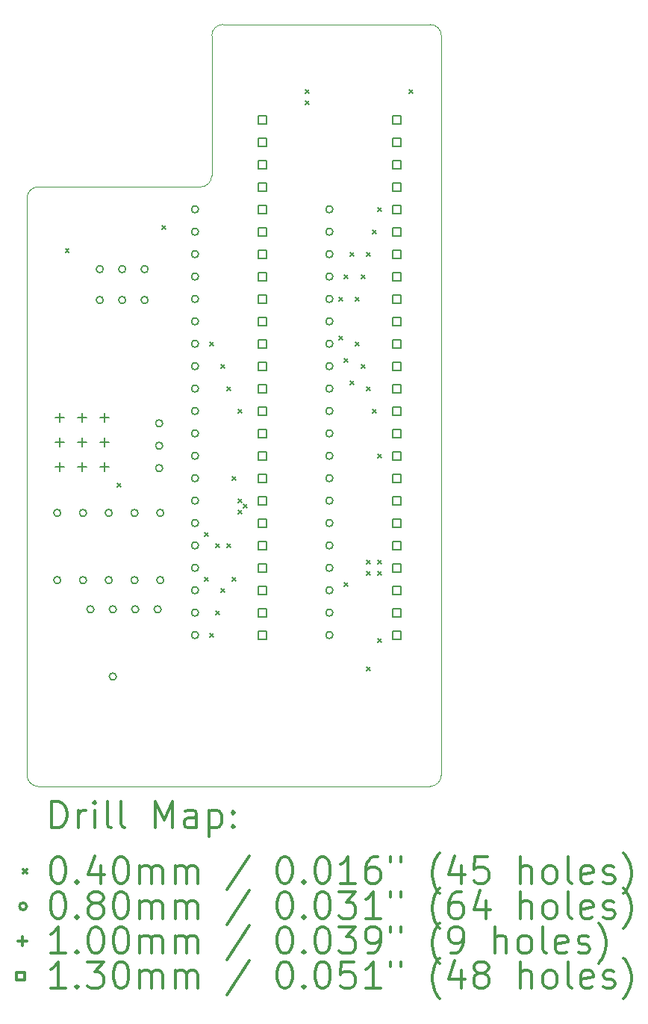
<source format=gbr>
%FSLAX45Y45*%
G04 Gerber Fmt 4.5, Leading zero omitted, Abs format (unit mm)*
G04 Created by KiCad (PCBNEW (5.1.6-0-10_14)) date 2021-01-24 22:58:45*
%MOMM*%
%LPD*%
G01*
G04 APERTURE LIST*
%TA.AperFunction,Profile*%
%ADD10C,0.100000*%
%TD*%
%ADD11C,0.200000*%
%ADD12C,0.300000*%
G04 APERTURE END LIST*
D10*
X13652500Y-4318000D02*
X16002000Y-4318000D01*
X11557000Y-6159500D02*
X13398500Y-6159500D01*
X16129000Y-4445000D02*
X16129000Y-12827000D01*
X13525500Y-6032500D02*
X13525500Y-4445000D01*
X13652500Y-4318000D02*
G75*
G03*
X13525500Y-4445000I0J-127000D01*
G01*
X16129000Y-4445000D02*
G75*
G03*
X16002000Y-4318000I-127000J0D01*
G01*
X11430000Y-12827000D02*
X11430000Y-6286500D01*
X11557000Y-12954000D02*
X16002000Y-12954000D01*
X11557000Y-6159500D02*
G75*
G03*
X11430000Y-6286500I0J-127000D01*
G01*
X13398500Y-6159500D02*
G75*
G03*
X13525500Y-6032500I0J127000D01*
G01*
X16002000Y-12954000D02*
G75*
G03*
X16129000Y-12827000I0J127000D01*
G01*
X11430000Y-12827000D02*
G75*
G03*
X11557000Y-12954000I127000J0D01*
G01*
D11*
X11864952Y-6860411D02*
X11904952Y-6900411D01*
X11904952Y-6860411D02*
X11864952Y-6900411D01*
X12451400Y-9517700D02*
X12491400Y-9557700D01*
X12491400Y-9517700D02*
X12451400Y-9557700D01*
X12959401Y-6596700D02*
X12999401Y-6636700D01*
X12999401Y-6596700D02*
X12959401Y-6636700D01*
X13442000Y-10076500D02*
X13482000Y-10116500D01*
X13482000Y-10076500D02*
X13442000Y-10116500D01*
X13442000Y-10584500D02*
X13482000Y-10624500D01*
X13482000Y-10584500D02*
X13442000Y-10624500D01*
X13505500Y-7917500D02*
X13545500Y-7957500D01*
X13545500Y-7917500D02*
X13505500Y-7957500D01*
X13505500Y-11219500D02*
X13545500Y-11259500D01*
X13545500Y-11219500D02*
X13505500Y-11259500D01*
X13569000Y-10203500D02*
X13609000Y-10243500D01*
X13609000Y-10203500D02*
X13569000Y-10243500D01*
X13569000Y-10965500D02*
X13609000Y-11005500D01*
X13609000Y-10965500D02*
X13569000Y-11005500D01*
X13632500Y-8171500D02*
X13672500Y-8211500D01*
X13672500Y-8171500D02*
X13632500Y-8211500D01*
X13632500Y-10711500D02*
X13672500Y-10751500D01*
X13672500Y-10711500D02*
X13632500Y-10751500D01*
X13696000Y-8425500D02*
X13736000Y-8465500D01*
X13736000Y-8425500D02*
X13696000Y-8465500D01*
X13696000Y-10203500D02*
X13736000Y-10243500D01*
X13736000Y-10203500D02*
X13696000Y-10243500D01*
X13759500Y-9441500D02*
X13799500Y-9481500D01*
X13799500Y-9441500D02*
X13759500Y-9481500D01*
X13759500Y-10584500D02*
X13799500Y-10624500D01*
X13799500Y-10584500D02*
X13759500Y-10624500D01*
X13823000Y-8679500D02*
X13863000Y-8719500D01*
X13863000Y-8679500D02*
X13823000Y-8719500D01*
X13823000Y-9695500D02*
X13863000Y-9735500D01*
X13863000Y-9695500D02*
X13823000Y-9735500D01*
X13823000Y-9822500D02*
X13863000Y-9862500D01*
X13863000Y-9822500D02*
X13823000Y-9862500D01*
X13886500Y-9759000D02*
X13926500Y-9799000D01*
X13926500Y-9759000D02*
X13886500Y-9799000D01*
X14585000Y-5060000D02*
X14625000Y-5100000D01*
X14625000Y-5060000D02*
X14585000Y-5100000D01*
X14585000Y-5187000D02*
X14625000Y-5227000D01*
X14625000Y-5187000D02*
X14585000Y-5227000D01*
X14966000Y-7409500D02*
X15006000Y-7449500D01*
X15006000Y-7409500D02*
X14966000Y-7449500D01*
X14966000Y-7854000D02*
X15006000Y-7894000D01*
X15006000Y-7854000D02*
X14966000Y-7894000D01*
X15029500Y-7155500D02*
X15069500Y-7195500D01*
X15069500Y-7155500D02*
X15029500Y-7195500D01*
X15029500Y-8108000D02*
X15069500Y-8148000D01*
X15069500Y-8108000D02*
X15029500Y-8148000D01*
X15029500Y-10648000D02*
X15069500Y-10688000D01*
X15069500Y-10648000D02*
X15029500Y-10688000D01*
X15093000Y-6901500D02*
X15133000Y-6941500D01*
X15133000Y-6901500D02*
X15093000Y-6941500D01*
X15093000Y-8362000D02*
X15133000Y-8402000D01*
X15133000Y-8362000D02*
X15093000Y-8402000D01*
X15156500Y-7409500D02*
X15196500Y-7449500D01*
X15196500Y-7409500D02*
X15156500Y-7449500D01*
X15156500Y-7917500D02*
X15196500Y-7957500D01*
X15196500Y-7917500D02*
X15156500Y-7957500D01*
X15220000Y-7155500D02*
X15260000Y-7195500D01*
X15260000Y-7155500D02*
X15220000Y-7195500D01*
X15220000Y-8171500D02*
X15260000Y-8211500D01*
X15260000Y-8171500D02*
X15220000Y-8211500D01*
X15283500Y-6901500D02*
X15323500Y-6941500D01*
X15323500Y-6901500D02*
X15283500Y-6941500D01*
X15283500Y-8425500D02*
X15323500Y-8465500D01*
X15323500Y-8425500D02*
X15283500Y-8465500D01*
X15283500Y-10394000D02*
X15323500Y-10434000D01*
X15323500Y-10394000D02*
X15283500Y-10434000D01*
X15283500Y-10521000D02*
X15323500Y-10561000D01*
X15323500Y-10521000D02*
X15283500Y-10561000D01*
X15283500Y-11600500D02*
X15323500Y-11640500D01*
X15323500Y-11600500D02*
X15283500Y-11640500D01*
X15347000Y-6647500D02*
X15387000Y-6687500D01*
X15387000Y-6647500D02*
X15347000Y-6687500D01*
X15347000Y-8679500D02*
X15387000Y-8719500D01*
X15387000Y-8679500D02*
X15347000Y-8719500D01*
X15410500Y-6393500D02*
X15450500Y-6433500D01*
X15450500Y-6393500D02*
X15410500Y-6433500D01*
X15410500Y-9187500D02*
X15450500Y-9227500D01*
X15450500Y-9187500D02*
X15410500Y-9227500D01*
X15410500Y-10394000D02*
X15450500Y-10434000D01*
X15450500Y-10394000D02*
X15410500Y-10434000D01*
X15410500Y-10521000D02*
X15450500Y-10561000D01*
X15450500Y-10521000D02*
X15410500Y-10561000D01*
X15410500Y-11283000D02*
X15450500Y-11323000D01*
X15450500Y-11283000D02*
X15410500Y-11323000D01*
X15766100Y-5060000D02*
X15806100Y-5100000D01*
X15806100Y-5060000D02*
X15766100Y-5100000D01*
X12295500Y-7092200D02*
G75*
G03*
X12295500Y-7092200I-40000J0D01*
G01*
X12295500Y-7442200D02*
G75*
G03*
X12295500Y-7442200I-40000J0D01*
G01*
X12549500Y-7092200D02*
G75*
G03*
X12549500Y-7092200I-40000J0D01*
G01*
X12549500Y-7442200D02*
G75*
G03*
X12549500Y-7442200I-40000J0D01*
G01*
X12803500Y-7092200D02*
G75*
G03*
X12803500Y-7092200I-40000J0D01*
G01*
X12803500Y-7442200D02*
G75*
G03*
X12803500Y-7442200I-40000J0D01*
G01*
X12689200Y-9855200D02*
G75*
G03*
X12689200Y-9855200I-40000J0D01*
G01*
X12689200Y-10617200D02*
G75*
G03*
X12689200Y-10617200I-40000J0D01*
G01*
X12189500Y-10947400D02*
G75*
G03*
X12189500Y-10947400I-40000J0D01*
G01*
X12443500Y-10947400D02*
G75*
G03*
X12443500Y-10947400I-40000J0D01*
G01*
X12443500Y-11709400D02*
G75*
G03*
X12443500Y-11709400I-40000J0D01*
G01*
X12697500Y-10947400D02*
G75*
G03*
X12697500Y-10947400I-40000J0D01*
G01*
X12951500Y-10947400D02*
G75*
G03*
X12951500Y-10947400I-40000J0D01*
G01*
X12397100Y-9855200D02*
G75*
G03*
X12397100Y-9855200I-40000J0D01*
G01*
X12397100Y-10617200D02*
G75*
G03*
X12397100Y-10617200I-40000J0D01*
G01*
X12968600Y-8839200D02*
G75*
G03*
X12968600Y-8839200I-40000J0D01*
G01*
X12968600Y-9093200D02*
G75*
G03*
X12968600Y-9093200I-40000J0D01*
G01*
X12968600Y-9347200D02*
G75*
G03*
X12968600Y-9347200I-40000J0D01*
G01*
X12105000Y-9855200D02*
G75*
G03*
X12105000Y-9855200I-40000J0D01*
G01*
X12105000Y-10617200D02*
G75*
G03*
X12105000Y-10617200I-40000J0D01*
G01*
X13375000Y-6413500D02*
G75*
G03*
X13375000Y-6413500I-40000J0D01*
G01*
X13375000Y-6667500D02*
G75*
G03*
X13375000Y-6667500I-40000J0D01*
G01*
X13375000Y-6921500D02*
G75*
G03*
X13375000Y-6921500I-40000J0D01*
G01*
X13375000Y-7175500D02*
G75*
G03*
X13375000Y-7175500I-40000J0D01*
G01*
X13375000Y-7429500D02*
G75*
G03*
X13375000Y-7429500I-40000J0D01*
G01*
X13375000Y-7683500D02*
G75*
G03*
X13375000Y-7683500I-40000J0D01*
G01*
X13375000Y-7937500D02*
G75*
G03*
X13375000Y-7937500I-40000J0D01*
G01*
X13375000Y-8191500D02*
G75*
G03*
X13375000Y-8191500I-40000J0D01*
G01*
X13375000Y-8445500D02*
G75*
G03*
X13375000Y-8445500I-40000J0D01*
G01*
X13375000Y-8699500D02*
G75*
G03*
X13375000Y-8699500I-40000J0D01*
G01*
X13375000Y-8953500D02*
G75*
G03*
X13375000Y-8953500I-40000J0D01*
G01*
X13375000Y-9207500D02*
G75*
G03*
X13375000Y-9207500I-40000J0D01*
G01*
X13375000Y-9461500D02*
G75*
G03*
X13375000Y-9461500I-40000J0D01*
G01*
X13375000Y-9715500D02*
G75*
G03*
X13375000Y-9715500I-40000J0D01*
G01*
X13375000Y-9969500D02*
G75*
G03*
X13375000Y-9969500I-40000J0D01*
G01*
X13375000Y-10223500D02*
G75*
G03*
X13375000Y-10223500I-40000J0D01*
G01*
X13375000Y-10477500D02*
G75*
G03*
X13375000Y-10477500I-40000J0D01*
G01*
X13375000Y-10731500D02*
G75*
G03*
X13375000Y-10731500I-40000J0D01*
G01*
X13375000Y-10985500D02*
G75*
G03*
X13375000Y-10985500I-40000J0D01*
G01*
X13375000Y-11239500D02*
G75*
G03*
X13375000Y-11239500I-40000J0D01*
G01*
X14899000Y-6413500D02*
G75*
G03*
X14899000Y-6413500I-40000J0D01*
G01*
X14899000Y-6667500D02*
G75*
G03*
X14899000Y-6667500I-40000J0D01*
G01*
X14899000Y-6921500D02*
G75*
G03*
X14899000Y-6921500I-40000J0D01*
G01*
X14899000Y-7175500D02*
G75*
G03*
X14899000Y-7175500I-40000J0D01*
G01*
X14899000Y-7429500D02*
G75*
G03*
X14899000Y-7429500I-40000J0D01*
G01*
X14899000Y-7683500D02*
G75*
G03*
X14899000Y-7683500I-40000J0D01*
G01*
X14899000Y-7937500D02*
G75*
G03*
X14899000Y-7937500I-40000J0D01*
G01*
X14899000Y-8191500D02*
G75*
G03*
X14899000Y-8191500I-40000J0D01*
G01*
X14899000Y-8445500D02*
G75*
G03*
X14899000Y-8445500I-40000J0D01*
G01*
X14899000Y-8699500D02*
G75*
G03*
X14899000Y-8699500I-40000J0D01*
G01*
X14899000Y-8953500D02*
G75*
G03*
X14899000Y-8953500I-40000J0D01*
G01*
X14899000Y-9207500D02*
G75*
G03*
X14899000Y-9207500I-40000J0D01*
G01*
X14899000Y-9461500D02*
G75*
G03*
X14899000Y-9461500I-40000J0D01*
G01*
X14899000Y-9715500D02*
G75*
G03*
X14899000Y-9715500I-40000J0D01*
G01*
X14899000Y-9969500D02*
G75*
G03*
X14899000Y-9969500I-40000J0D01*
G01*
X14899000Y-10223500D02*
G75*
G03*
X14899000Y-10223500I-40000J0D01*
G01*
X14899000Y-10477500D02*
G75*
G03*
X14899000Y-10477500I-40000J0D01*
G01*
X14899000Y-10731500D02*
G75*
G03*
X14899000Y-10731500I-40000J0D01*
G01*
X14899000Y-10985500D02*
G75*
G03*
X14899000Y-10985500I-40000J0D01*
G01*
X14899000Y-11239500D02*
G75*
G03*
X14899000Y-11239500I-40000J0D01*
G01*
X12981300Y-9855200D02*
G75*
G03*
X12981300Y-9855200I-40000J0D01*
G01*
X12981300Y-10617200D02*
G75*
G03*
X12981300Y-10617200I-40000J0D01*
G01*
X11812900Y-9855200D02*
G75*
G03*
X11812900Y-9855200I-40000J0D01*
G01*
X11812900Y-10617200D02*
G75*
G03*
X11812900Y-10617200I-40000J0D01*
G01*
X11798300Y-9284500D02*
X11798300Y-9384500D01*
X11748300Y-9334500D02*
X11848300Y-9334500D01*
X12052300Y-9284500D02*
X12052300Y-9384500D01*
X12002300Y-9334500D02*
X12102300Y-9334500D01*
X12306300Y-9284500D02*
X12306300Y-9384500D01*
X12256300Y-9334500D02*
X12356300Y-9334500D01*
X11798300Y-8725700D02*
X11798300Y-8825700D01*
X11748300Y-8775700D02*
X11848300Y-8775700D01*
X12052300Y-8725700D02*
X12052300Y-8825700D01*
X12002300Y-8775700D02*
X12102300Y-8775700D01*
X12306300Y-8725700D02*
X12306300Y-8825700D01*
X12256300Y-8775700D02*
X12356300Y-8775700D01*
X11798300Y-9005100D02*
X11798300Y-9105100D01*
X11748300Y-9055100D02*
X11848300Y-9055100D01*
X12052300Y-9005100D02*
X12052300Y-9105100D01*
X12002300Y-9055100D02*
X12102300Y-9055100D01*
X12306300Y-9005100D02*
X12306300Y-9105100D01*
X12256300Y-9055100D02*
X12356300Y-9055100D01*
X14142962Y-5443462D02*
X14142962Y-5351538D01*
X14051038Y-5351538D01*
X14051038Y-5443462D01*
X14142962Y-5443462D01*
X14142962Y-5697462D02*
X14142962Y-5605538D01*
X14051038Y-5605538D01*
X14051038Y-5697462D01*
X14142962Y-5697462D01*
X14142962Y-5951462D02*
X14142962Y-5859538D01*
X14051038Y-5859538D01*
X14051038Y-5951462D01*
X14142962Y-5951462D01*
X14142962Y-6205462D02*
X14142962Y-6113538D01*
X14051038Y-6113538D01*
X14051038Y-6205462D01*
X14142962Y-6205462D01*
X14142962Y-6459462D02*
X14142962Y-6367538D01*
X14051038Y-6367538D01*
X14051038Y-6459462D01*
X14142962Y-6459462D01*
X14142962Y-6713462D02*
X14142962Y-6621538D01*
X14051038Y-6621538D01*
X14051038Y-6713462D01*
X14142962Y-6713462D01*
X14142962Y-6967462D02*
X14142962Y-6875538D01*
X14051038Y-6875538D01*
X14051038Y-6967462D01*
X14142962Y-6967462D01*
X14142962Y-7221462D02*
X14142962Y-7129538D01*
X14051038Y-7129538D01*
X14051038Y-7221462D01*
X14142962Y-7221462D01*
X14142962Y-7475462D02*
X14142962Y-7383538D01*
X14051038Y-7383538D01*
X14051038Y-7475462D01*
X14142962Y-7475462D01*
X14142962Y-7729462D02*
X14142962Y-7637538D01*
X14051038Y-7637538D01*
X14051038Y-7729462D01*
X14142962Y-7729462D01*
X14142962Y-7983462D02*
X14142962Y-7891538D01*
X14051038Y-7891538D01*
X14051038Y-7983462D01*
X14142962Y-7983462D01*
X14142962Y-8237462D02*
X14142962Y-8145538D01*
X14051038Y-8145538D01*
X14051038Y-8237462D01*
X14142962Y-8237462D01*
X14142962Y-8491462D02*
X14142962Y-8399538D01*
X14051038Y-8399538D01*
X14051038Y-8491462D01*
X14142962Y-8491462D01*
X14142962Y-8745462D02*
X14142962Y-8653538D01*
X14051038Y-8653538D01*
X14051038Y-8745462D01*
X14142962Y-8745462D01*
X14142962Y-8999462D02*
X14142962Y-8907538D01*
X14051038Y-8907538D01*
X14051038Y-8999462D01*
X14142962Y-8999462D01*
X14142962Y-9253462D02*
X14142962Y-9161538D01*
X14051038Y-9161538D01*
X14051038Y-9253462D01*
X14142962Y-9253462D01*
X14142962Y-9507462D02*
X14142962Y-9415538D01*
X14051038Y-9415538D01*
X14051038Y-9507462D01*
X14142962Y-9507462D01*
X14142962Y-9761462D02*
X14142962Y-9669538D01*
X14051038Y-9669538D01*
X14051038Y-9761462D01*
X14142962Y-9761462D01*
X14142962Y-10015462D02*
X14142962Y-9923538D01*
X14051038Y-9923538D01*
X14051038Y-10015462D01*
X14142962Y-10015462D01*
X14142962Y-10269462D02*
X14142962Y-10177538D01*
X14051038Y-10177538D01*
X14051038Y-10269462D01*
X14142962Y-10269462D01*
X14142962Y-10523462D02*
X14142962Y-10431538D01*
X14051038Y-10431538D01*
X14051038Y-10523462D01*
X14142962Y-10523462D01*
X14142962Y-10777462D02*
X14142962Y-10685538D01*
X14051038Y-10685538D01*
X14051038Y-10777462D01*
X14142962Y-10777462D01*
X14142962Y-11031462D02*
X14142962Y-10939538D01*
X14051038Y-10939538D01*
X14051038Y-11031462D01*
X14142962Y-11031462D01*
X14142962Y-11285462D02*
X14142962Y-11193538D01*
X14051038Y-11193538D01*
X14051038Y-11285462D01*
X14142962Y-11285462D01*
X15666962Y-5443462D02*
X15666962Y-5351538D01*
X15575038Y-5351538D01*
X15575038Y-5443462D01*
X15666962Y-5443462D01*
X15666962Y-5697462D02*
X15666962Y-5605538D01*
X15575038Y-5605538D01*
X15575038Y-5697462D01*
X15666962Y-5697462D01*
X15666962Y-5951462D02*
X15666962Y-5859538D01*
X15575038Y-5859538D01*
X15575038Y-5951462D01*
X15666962Y-5951462D01*
X15666962Y-6205462D02*
X15666962Y-6113538D01*
X15575038Y-6113538D01*
X15575038Y-6205462D01*
X15666962Y-6205462D01*
X15666962Y-6459462D02*
X15666962Y-6367538D01*
X15575038Y-6367538D01*
X15575038Y-6459462D01*
X15666962Y-6459462D01*
X15666962Y-6713462D02*
X15666962Y-6621538D01*
X15575038Y-6621538D01*
X15575038Y-6713462D01*
X15666962Y-6713462D01*
X15666962Y-6967462D02*
X15666962Y-6875538D01*
X15575038Y-6875538D01*
X15575038Y-6967462D01*
X15666962Y-6967462D01*
X15666962Y-7221462D02*
X15666962Y-7129538D01*
X15575038Y-7129538D01*
X15575038Y-7221462D01*
X15666962Y-7221462D01*
X15666962Y-7475462D02*
X15666962Y-7383538D01*
X15575038Y-7383538D01*
X15575038Y-7475462D01*
X15666962Y-7475462D01*
X15666962Y-7729462D02*
X15666962Y-7637538D01*
X15575038Y-7637538D01*
X15575038Y-7729462D01*
X15666962Y-7729462D01*
X15666962Y-7983462D02*
X15666962Y-7891538D01*
X15575038Y-7891538D01*
X15575038Y-7983462D01*
X15666962Y-7983462D01*
X15666962Y-8237462D02*
X15666962Y-8145538D01*
X15575038Y-8145538D01*
X15575038Y-8237462D01*
X15666962Y-8237462D01*
X15666962Y-8491462D02*
X15666962Y-8399538D01*
X15575038Y-8399538D01*
X15575038Y-8491462D01*
X15666962Y-8491462D01*
X15666962Y-8745462D02*
X15666962Y-8653538D01*
X15575038Y-8653538D01*
X15575038Y-8745462D01*
X15666962Y-8745462D01*
X15666962Y-8999462D02*
X15666962Y-8907538D01*
X15575038Y-8907538D01*
X15575038Y-8999462D01*
X15666962Y-8999462D01*
X15666962Y-9253462D02*
X15666962Y-9161538D01*
X15575038Y-9161538D01*
X15575038Y-9253462D01*
X15666962Y-9253462D01*
X15666962Y-9507462D02*
X15666962Y-9415538D01*
X15575038Y-9415538D01*
X15575038Y-9507462D01*
X15666962Y-9507462D01*
X15666962Y-9761462D02*
X15666962Y-9669538D01*
X15575038Y-9669538D01*
X15575038Y-9761462D01*
X15666962Y-9761462D01*
X15666962Y-10015462D02*
X15666962Y-9923538D01*
X15575038Y-9923538D01*
X15575038Y-10015462D01*
X15666962Y-10015462D01*
X15666962Y-10269462D02*
X15666962Y-10177538D01*
X15575038Y-10177538D01*
X15575038Y-10269462D01*
X15666962Y-10269462D01*
X15666962Y-10523462D02*
X15666962Y-10431538D01*
X15575038Y-10431538D01*
X15575038Y-10523462D01*
X15666962Y-10523462D01*
X15666962Y-10777462D02*
X15666962Y-10685538D01*
X15575038Y-10685538D01*
X15575038Y-10777462D01*
X15666962Y-10777462D01*
X15666962Y-11031462D02*
X15666962Y-10939538D01*
X15575038Y-10939538D01*
X15575038Y-11031462D01*
X15666962Y-11031462D01*
X15666962Y-11285462D02*
X15666962Y-11193538D01*
X15575038Y-11193538D01*
X15575038Y-11285462D01*
X15666962Y-11285462D01*
D12*
X11711428Y-13424714D02*
X11711428Y-13124714D01*
X11782857Y-13124714D01*
X11825714Y-13139000D01*
X11854286Y-13167571D01*
X11868571Y-13196143D01*
X11882857Y-13253286D01*
X11882857Y-13296143D01*
X11868571Y-13353286D01*
X11854286Y-13381857D01*
X11825714Y-13410429D01*
X11782857Y-13424714D01*
X11711428Y-13424714D01*
X12011428Y-13424714D02*
X12011428Y-13224714D01*
X12011428Y-13281857D02*
X12025714Y-13253286D01*
X12040000Y-13239000D01*
X12068571Y-13224714D01*
X12097143Y-13224714D01*
X12197143Y-13424714D02*
X12197143Y-13224714D01*
X12197143Y-13124714D02*
X12182857Y-13139000D01*
X12197143Y-13153286D01*
X12211428Y-13139000D01*
X12197143Y-13124714D01*
X12197143Y-13153286D01*
X12382857Y-13424714D02*
X12354286Y-13410429D01*
X12340000Y-13381857D01*
X12340000Y-13124714D01*
X12540000Y-13424714D02*
X12511428Y-13410429D01*
X12497143Y-13381857D01*
X12497143Y-13124714D01*
X12882857Y-13424714D02*
X12882857Y-13124714D01*
X12982857Y-13339000D01*
X13082857Y-13124714D01*
X13082857Y-13424714D01*
X13354286Y-13424714D02*
X13354286Y-13267571D01*
X13340000Y-13239000D01*
X13311428Y-13224714D01*
X13254286Y-13224714D01*
X13225714Y-13239000D01*
X13354286Y-13410429D02*
X13325714Y-13424714D01*
X13254286Y-13424714D01*
X13225714Y-13410429D01*
X13211428Y-13381857D01*
X13211428Y-13353286D01*
X13225714Y-13324714D01*
X13254286Y-13310429D01*
X13325714Y-13310429D01*
X13354286Y-13296143D01*
X13497143Y-13224714D02*
X13497143Y-13524714D01*
X13497143Y-13239000D02*
X13525714Y-13224714D01*
X13582857Y-13224714D01*
X13611428Y-13239000D01*
X13625714Y-13253286D01*
X13640000Y-13281857D01*
X13640000Y-13367571D01*
X13625714Y-13396143D01*
X13611428Y-13410429D01*
X13582857Y-13424714D01*
X13525714Y-13424714D01*
X13497143Y-13410429D01*
X13768571Y-13396143D02*
X13782857Y-13410429D01*
X13768571Y-13424714D01*
X13754286Y-13410429D01*
X13768571Y-13396143D01*
X13768571Y-13424714D01*
X13768571Y-13239000D02*
X13782857Y-13253286D01*
X13768571Y-13267571D01*
X13754286Y-13253286D01*
X13768571Y-13239000D01*
X13768571Y-13267571D01*
X11385000Y-13899000D02*
X11425000Y-13939000D01*
X11425000Y-13899000D02*
X11385000Y-13939000D01*
X11768571Y-13754714D02*
X11797143Y-13754714D01*
X11825714Y-13769000D01*
X11840000Y-13783286D01*
X11854286Y-13811857D01*
X11868571Y-13869000D01*
X11868571Y-13940429D01*
X11854286Y-13997571D01*
X11840000Y-14026143D01*
X11825714Y-14040429D01*
X11797143Y-14054714D01*
X11768571Y-14054714D01*
X11740000Y-14040429D01*
X11725714Y-14026143D01*
X11711428Y-13997571D01*
X11697143Y-13940429D01*
X11697143Y-13869000D01*
X11711428Y-13811857D01*
X11725714Y-13783286D01*
X11740000Y-13769000D01*
X11768571Y-13754714D01*
X11997143Y-14026143D02*
X12011428Y-14040429D01*
X11997143Y-14054714D01*
X11982857Y-14040429D01*
X11997143Y-14026143D01*
X11997143Y-14054714D01*
X12268571Y-13854714D02*
X12268571Y-14054714D01*
X12197143Y-13740429D02*
X12125714Y-13954714D01*
X12311428Y-13954714D01*
X12482857Y-13754714D02*
X12511428Y-13754714D01*
X12540000Y-13769000D01*
X12554286Y-13783286D01*
X12568571Y-13811857D01*
X12582857Y-13869000D01*
X12582857Y-13940429D01*
X12568571Y-13997571D01*
X12554286Y-14026143D01*
X12540000Y-14040429D01*
X12511428Y-14054714D01*
X12482857Y-14054714D01*
X12454286Y-14040429D01*
X12440000Y-14026143D01*
X12425714Y-13997571D01*
X12411428Y-13940429D01*
X12411428Y-13869000D01*
X12425714Y-13811857D01*
X12440000Y-13783286D01*
X12454286Y-13769000D01*
X12482857Y-13754714D01*
X12711428Y-14054714D02*
X12711428Y-13854714D01*
X12711428Y-13883286D02*
X12725714Y-13869000D01*
X12754286Y-13854714D01*
X12797143Y-13854714D01*
X12825714Y-13869000D01*
X12840000Y-13897571D01*
X12840000Y-14054714D01*
X12840000Y-13897571D02*
X12854286Y-13869000D01*
X12882857Y-13854714D01*
X12925714Y-13854714D01*
X12954286Y-13869000D01*
X12968571Y-13897571D01*
X12968571Y-14054714D01*
X13111428Y-14054714D02*
X13111428Y-13854714D01*
X13111428Y-13883286D02*
X13125714Y-13869000D01*
X13154286Y-13854714D01*
X13197143Y-13854714D01*
X13225714Y-13869000D01*
X13240000Y-13897571D01*
X13240000Y-14054714D01*
X13240000Y-13897571D02*
X13254286Y-13869000D01*
X13282857Y-13854714D01*
X13325714Y-13854714D01*
X13354286Y-13869000D01*
X13368571Y-13897571D01*
X13368571Y-14054714D01*
X13954286Y-13740429D02*
X13697143Y-14126143D01*
X14340000Y-13754714D02*
X14368571Y-13754714D01*
X14397143Y-13769000D01*
X14411428Y-13783286D01*
X14425714Y-13811857D01*
X14440000Y-13869000D01*
X14440000Y-13940429D01*
X14425714Y-13997571D01*
X14411428Y-14026143D01*
X14397143Y-14040429D01*
X14368571Y-14054714D01*
X14340000Y-14054714D01*
X14311428Y-14040429D01*
X14297143Y-14026143D01*
X14282857Y-13997571D01*
X14268571Y-13940429D01*
X14268571Y-13869000D01*
X14282857Y-13811857D01*
X14297143Y-13783286D01*
X14311428Y-13769000D01*
X14340000Y-13754714D01*
X14568571Y-14026143D02*
X14582857Y-14040429D01*
X14568571Y-14054714D01*
X14554286Y-14040429D01*
X14568571Y-14026143D01*
X14568571Y-14054714D01*
X14768571Y-13754714D02*
X14797143Y-13754714D01*
X14825714Y-13769000D01*
X14840000Y-13783286D01*
X14854286Y-13811857D01*
X14868571Y-13869000D01*
X14868571Y-13940429D01*
X14854286Y-13997571D01*
X14840000Y-14026143D01*
X14825714Y-14040429D01*
X14797143Y-14054714D01*
X14768571Y-14054714D01*
X14740000Y-14040429D01*
X14725714Y-14026143D01*
X14711428Y-13997571D01*
X14697143Y-13940429D01*
X14697143Y-13869000D01*
X14711428Y-13811857D01*
X14725714Y-13783286D01*
X14740000Y-13769000D01*
X14768571Y-13754714D01*
X15154286Y-14054714D02*
X14982857Y-14054714D01*
X15068571Y-14054714D02*
X15068571Y-13754714D01*
X15040000Y-13797571D01*
X15011428Y-13826143D01*
X14982857Y-13840429D01*
X15411428Y-13754714D02*
X15354286Y-13754714D01*
X15325714Y-13769000D01*
X15311428Y-13783286D01*
X15282857Y-13826143D01*
X15268571Y-13883286D01*
X15268571Y-13997571D01*
X15282857Y-14026143D01*
X15297143Y-14040429D01*
X15325714Y-14054714D01*
X15382857Y-14054714D01*
X15411428Y-14040429D01*
X15425714Y-14026143D01*
X15440000Y-13997571D01*
X15440000Y-13926143D01*
X15425714Y-13897571D01*
X15411428Y-13883286D01*
X15382857Y-13869000D01*
X15325714Y-13869000D01*
X15297143Y-13883286D01*
X15282857Y-13897571D01*
X15268571Y-13926143D01*
X15554286Y-13754714D02*
X15554286Y-13811857D01*
X15668571Y-13754714D02*
X15668571Y-13811857D01*
X16111428Y-14169000D02*
X16097143Y-14154714D01*
X16068571Y-14111857D01*
X16054286Y-14083286D01*
X16040000Y-14040429D01*
X16025714Y-13969000D01*
X16025714Y-13911857D01*
X16040000Y-13840429D01*
X16054286Y-13797571D01*
X16068571Y-13769000D01*
X16097143Y-13726143D01*
X16111428Y-13711857D01*
X16354286Y-13854714D02*
X16354286Y-14054714D01*
X16282857Y-13740429D02*
X16211428Y-13954714D01*
X16397143Y-13954714D01*
X16654286Y-13754714D02*
X16511428Y-13754714D01*
X16497143Y-13897571D01*
X16511428Y-13883286D01*
X16540000Y-13869000D01*
X16611428Y-13869000D01*
X16640000Y-13883286D01*
X16654286Y-13897571D01*
X16668571Y-13926143D01*
X16668571Y-13997571D01*
X16654286Y-14026143D01*
X16640000Y-14040429D01*
X16611428Y-14054714D01*
X16540000Y-14054714D01*
X16511428Y-14040429D01*
X16497143Y-14026143D01*
X17025714Y-14054714D02*
X17025714Y-13754714D01*
X17154286Y-14054714D02*
X17154286Y-13897571D01*
X17140000Y-13869000D01*
X17111428Y-13854714D01*
X17068571Y-13854714D01*
X17040000Y-13869000D01*
X17025714Y-13883286D01*
X17340000Y-14054714D02*
X17311428Y-14040429D01*
X17297143Y-14026143D01*
X17282857Y-13997571D01*
X17282857Y-13911857D01*
X17297143Y-13883286D01*
X17311428Y-13869000D01*
X17340000Y-13854714D01*
X17382857Y-13854714D01*
X17411428Y-13869000D01*
X17425714Y-13883286D01*
X17440000Y-13911857D01*
X17440000Y-13997571D01*
X17425714Y-14026143D01*
X17411428Y-14040429D01*
X17382857Y-14054714D01*
X17340000Y-14054714D01*
X17611428Y-14054714D02*
X17582857Y-14040429D01*
X17568571Y-14011857D01*
X17568571Y-13754714D01*
X17840000Y-14040429D02*
X17811428Y-14054714D01*
X17754286Y-14054714D01*
X17725714Y-14040429D01*
X17711428Y-14011857D01*
X17711428Y-13897571D01*
X17725714Y-13869000D01*
X17754286Y-13854714D01*
X17811428Y-13854714D01*
X17840000Y-13869000D01*
X17854286Y-13897571D01*
X17854286Y-13926143D01*
X17711428Y-13954714D01*
X17968571Y-14040429D02*
X17997143Y-14054714D01*
X18054286Y-14054714D01*
X18082857Y-14040429D01*
X18097143Y-14011857D01*
X18097143Y-13997571D01*
X18082857Y-13969000D01*
X18054286Y-13954714D01*
X18011428Y-13954714D01*
X17982857Y-13940429D01*
X17968571Y-13911857D01*
X17968571Y-13897571D01*
X17982857Y-13869000D01*
X18011428Y-13854714D01*
X18054286Y-13854714D01*
X18082857Y-13869000D01*
X18197143Y-14169000D02*
X18211428Y-14154714D01*
X18240000Y-14111857D01*
X18254286Y-14083286D01*
X18268571Y-14040429D01*
X18282857Y-13969000D01*
X18282857Y-13911857D01*
X18268571Y-13840429D01*
X18254286Y-13797571D01*
X18240000Y-13769000D01*
X18211428Y-13726143D01*
X18197143Y-13711857D01*
X11425000Y-14315000D02*
G75*
G03*
X11425000Y-14315000I-40000J0D01*
G01*
X11768571Y-14150714D02*
X11797143Y-14150714D01*
X11825714Y-14165000D01*
X11840000Y-14179286D01*
X11854286Y-14207857D01*
X11868571Y-14265000D01*
X11868571Y-14336429D01*
X11854286Y-14393571D01*
X11840000Y-14422143D01*
X11825714Y-14436429D01*
X11797143Y-14450714D01*
X11768571Y-14450714D01*
X11740000Y-14436429D01*
X11725714Y-14422143D01*
X11711428Y-14393571D01*
X11697143Y-14336429D01*
X11697143Y-14265000D01*
X11711428Y-14207857D01*
X11725714Y-14179286D01*
X11740000Y-14165000D01*
X11768571Y-14150714D01*
X11997143Y-14422143D02*
X12011428Y-14436429D01*
X11997143Y-14450714D01*
X11982857Y-14436429D01*
X11997143Y-14422143D01*
X11997143Y-14450714D01*
X12182857Y-14279286D02*
X12154286Y-14265000D01*
X12140000Y-14250714D01*
X12125714Y-14222143D01*
X12125714Y-14207857D01*
X12140000Y-14179286D01*
X12154286Y-14165000D01*
X12182857Y-14150714D01*
X12240000Y-14150714D01*
X12268571Y-14165000D01*
X12282857Y-14179286D01*
X12297143Y-14207857D01*
X12297143Y-14222143D01*
X12282857Y-14250714D01*
X12268571Y-14265000D01*
X12240000Y-14279286D01*
X12182857Y-14279286D01*
X12154286Y-14293571D01*
X12140000Y-14307857D01*
X12125714Y-14336429D01*
X12125714Y-14393571D01*
X12140000Y-14422143D01*
X12154286Y-14436429D01*
X12182857Y-14450714D01*
X12240000Y-14450714D01*
X12268571Y-14436429D01*
X12282857Y-14422143D01*
X12297143Y-14393571D01*
X12297143Y-14336429D01*
X12282857Y-14307857D01*
X12268571Y-14293571D01*
X12240000Y-14279286D01*
X12482857Y-14150714D02*
X12511428Y-14150714D01*
X12540000Y-14165000D01*
X12554286Y-14179286D01*
X12568571Y-14207857D01*
X12582857Y-14265000D01*
X12582857Y-14336429D01*
X12568571Y-14393571D01*
X12554286Y-14422143D01*
X12540000Y-14436429D01*
X12511428Y-14450714D01*
X12482857Y-14450714D01*
X12454286Y-14436429D01*
X12440000Y-14422143D01*
X12425714Y-14393571D01*
X12411428Y-14336429D01*
X12411428Y-14265000D01*
X12425714Y-14207857D01*
X12440000Y-14179286D01*
X12454286Y-14165000D01*
X12482857Y-14150714D01*
X12711428Y-14450714D02*
X12711428Y-14250714D01*
X12711428Y-14279286D02*
X12725714Y-14265000D01*
X12754286Y-14250714D01*
X12797143Y-14250714D01*
X12825714Y-14265000D01*
X12840000Y-14293571D01*
X12840000Y-14450714D01*
X12840000Y-14293571D02*
X12854286Y-14265000D01*
X12882857Y-14250714D01*
X12925714Y-14250714D01*
X12954286Y-14265000D01*
X12968571Y-14293571D01*
X12968571Y-14450714D01*
X13111428Y-14450714D02*
X13111428Y-14250714D01*
X13111428Y-14279286D02*
X13125714Y-14265000D01*
X13154286Y-14250714D01*
X13197143Y-14250714D01*
X13225714Y-14265000D01*
X13240000Y-14293571D01*
X13240000Y-14450714D01*
X13240000Y-14293571D02*
X13254286Y-14265000D01*
X13282857Y-14250714D01*
X13325714Y-14250714D01*
X13354286Y-14265000D01*
X13368571Y-14293571D01*
X13368571Y-14450714D01*
X13954286Y-14136429D02*
X13697143Y-14522143D01*
X14340000Y-14150714D02*
X14368571Y-14150714D01*
X14397143Y-14165000D01*
X14411428Y-14179286D01*
X14425714Y-14207857D01*
X14440000Y-14265000D01*
X14440000Y-14336429D01*
X14425714Y-14393571D01*
X14411428Y-14422143D01*
X14397143Y-14436429D01*
X14368571Y-14450714D01*
X14340000Y-14450714D01*
X14311428Y-14436429D01*
X14297143Y-14422143D01*
X14282857Y-14393571D01*
X14268571Y-14336429D01*
X14268571Y-14265000D01*
X14282857Y-14207857D01*
X14297143Y-14179286D01*
X14311428Y-14165000D01*
X14340000Y-14150714D01*
X14568571Y-14422143D02*
X14582857Y-14436429D01*
X14568571Y-14450714D01*
X14554286Y-14436429D01*
X14568571Y-14422143D01*
X14568571Y-14450714D01*
X14768571Y-14150714D02*
X14797143Y-14150714D01*
X14825714Y-14165000D01*
X14840000Y-14179286D01*
X14854286Y-14207857D01*
X14868571Y-14265000D01*
X14868571Y-14336429D01*
X14854286Y-14393571D01*
X14840000Y-14422143D01*
X14825714Y-14436429D01*
X14797143Y-14450714D01*
X14768571Y-14450714D01*
X14740000Y-14436429D01*
X14725714Y-14422143D01*
X14711428Y-14393571D01*
X14697143Y-14336429D01*
X14697143Y-14265000D01*
X14711428Y-14207857D01*
X14725714Y-14179286D01*
X14740000Y-14165000D01*
X14768571Y-14150714D01*
X14968571Y-14150714D02*
X15154286Y-14150714D01*
X15054286Y-14265000D01*
X15097143Y-14265000D01*
X15125714Y-14279286D01*
X15140000Y-14293571D01*
X15154286Y-14322143D01*
X15154286Y-14393571D01*
X15140000Y-14422143D01*
X15125714Y-14436429D01*
X15097143Y-14450714D01*
X15011428Y-14450714D01*
X14982857Y-14436429D01*
X14968571Y-14422143D01*
X15440000Y-14450714D02*
X15268571Y-14450714D01*
X15354286Y-14450714D02*
X15354286Y-14150714D01*
X15325714Y-14193571D01*
X15297143Y-14222143D01*
X15268571Y-14236429D01*
X15554286Y-14150714D02*
X15554286Y-14207857D01*
X15668571Y-14150714D02*
X15668571Y-14207857D01*
X16111428Y-14565000D02*
X16097143Y-14550714D01*
X16068571Y-14507857D01*
X16054286Y-14479286D01*
X16040000Y-14436429D01*
X16025714Y-14365000D01*
X16025714Y-14307857D01*
X16040000Y-14236429D01*
X16054286Y-14193571D01*
X16068571Y-14165000D01*
X16097143Y-14122143D01*
X16111428Y-14107857D01*
X16354286Y-14150714D02*
X16297143Y-14150714D01*
X16268571Y-14165000D01*
X16254286Y-14179286D01*
X16225714Y-14222143D01*
X16211428Y-14279286D01*
X16211428Y-14393571D01*
X16225714Y-14422143D01*
X16240000Y-14436429D01*
X16268571Y-14450714D01*
X16325714Y-14450714D01*
X16354286Y-14436429D01*
X16368571Y-14422143D01*
X16382857Y-14393571D01*
X16382857Y-14322143D01*
X16368571Y-14293571D01*
X16354286Y-14279286D01*
X16325714Y-14265000D01*
X16268571Y-14265000D01*
X16240000Y-14279286D01*
X16225714Y-14293571D01*
X16211428Y-14322143D01*
X16640000Y-14250714D02*
X16640000Y-14450714D01*
X16568571Y-14136429D02*
X16497143Y-14350714D01*
X16682857Y-14350714D01*
X17025714Y-14450714D02*
X17025714Y-14150714D01*
X17154286Y-14450714D02*
X17154286Y-14293571D01*
X17140000Y-14265000D01*
X17111428Y-14250714D01*
X17068571Y-14250714D01*
X17040000Y-14265000D01*
X17025714Y-14279286D01*
X17340000Y-14450714D02*
X17311428Y-14436429D01*
X17297143Y-14422143D01*
X17282857Y-14393571D01*
X17282857Y-14307857D01*
X17297143Y-14279286D01*
X17311428Y-14265000D01*
X17340000Y-14250714D01*
X17382857Y-14250714D01*
X17411428Y-14265000D01*
X17425714Y-14279286D01*
X17440000Y-14307857D01*
X17440000Y-14393571D01*
X17425714Y-14422143D01*
X17411428Y-14436429D01*
X17382857Y-14450714D01*
X17340000Y-14450714D01*
X17611428Y-14450714D02*
X17582857Y-14436429D01*
X17568571Y-14407857D01*
X17568571Y-14150714D01*
X17840000Y-14436429D02*
X17811428Y-14450714D01*
X17754286Y-14450714D01*
X17725714Y-14436429D01*
X17711428Y-14407857D01*
X17711428Y-14293571D01*
X17725714Y-14265000D01*
X17754286Y-14250714D01*
X17811428Y-14250714D01*
X17840000Y-14265000D01*
X17854286Y-14293571D01*
X17854286Y-14322143D01*
X17711428Y-14350714D01*
X17968571Y-14436429D02*
X17997143Y-14450714D01*
X18054286Y-14450714D01*
X18082857Y-14436429D01*
X18097143Y-14407857D01*
X18097143Y-14393571D01*
X18082857Y-14365000D01*
X18054286Y-14350714D01*
X18011428Y-14350714D01*
X17982857Y-14336429D01*
X17968571Y-14307857D01*
X17968571Y-14293571D01*
X17982857Y-14265000D01*
X18011428Y-14250714D01*
X18054286Y-14250714D01*
X18082857Y-14265000D01*
X18197143Y-14565000D02*
X18211428Y-14550714D01*
X18240000Y-14507857D01*
X18254286Y-14479286D01*
X18268571Y-14436429D01*
X18282857Y-14365000D01*
X18282857Y-14307857D01*
X18268571Y-14236429D01*
X18254286Y-14193571D01*
X18240000Y-14165000D01*
X18211428Y-14122143D01*
X18197143Y-14107857D01*
X11375000Y-14661000D02*
X11375000Y-14761000D01*
X11325000Y-14711000D02*
X11425000Y-14711000D01*
X11868571Y-14846714D02*
X11697143Y-14846714D01*
X11782857Y-14846714D02*
X11782857Y-14546714D01*
X11754286Y-14589571D01*
X11725714Y-14618143D01*
X11697143Y-14632429D01*
X11997143Y-14818143D02*
X12011428Y-14832429D01*
X11997143Y-14846714D01*
X11982857Y-14832429D01*
X11997143Y-14818143D01*
X11997143Y-14846714D01*
X12197143Y-14546714D02*
X12225714Y-14546714D01*
X12254286Y-14561000D01*
X12268571Y-14575286D01*
X12282857Y-14603857D01*
X12297143Y-14661000D01*
X12297143Y-14732429D01*
X12282857Y-14789571D01*
X12268571Y-14818143D01*
X12254286Y-14832429D01*
X12225714Y-14846714D01*
X12197143Y-14846714D01*
X12168571Y-14832429D01*
X12154286Y-14818143D01*
X12140000Y-14789571D01*
X12125714Y-14732429D01*
X12125714Y-14661000D01*
X12140000Y-14603857D01*
X12154286Y-14575286D01*
X12168571Y-14561000D01*
X12197143Y-14546714D01*
X12482857Y-14546714D02*
X12511428Y-14546714D01*
X12540000Y-14561000D01*
X12554286Y-14575286D01*
X12568571Y-14603857D01*
X12582857Y-14661000D01*
X12582857Y-14732429D01*
X12568571Y-14789571D01*
X12554286Y-14818143D01*
X12540000Y-14832429D01*
X12511428Y-14846714D01*
X12482857Y-14846714D01*
X12454286Y-14832429D01*
X12440000Y-14818143D01*
X12425714Y-14789571D01*
X12411428Y-14732429D01*
X12411428Y-14661000D01*
X12425714Y-14603857D01*
X12440000Y-14575286D01*
X12454286Y-14561000D01*
X12482857Y-14546714D01*
X12711428Y-14846714D02*
X12711428Y-14646714D01*
X12711428Y-14675286D02*
X12725714Y-14661000D01*
X12754286Y-14646714D01*
X12797143Y-14646714D01*
X12825714Y-14661000D01*
X12840000Y-14689571D01*
X12840000Y-14846714D01*
X12840000Y-14689571D02*
X12854286Y-14661000D01*
X12882857Y-14646714D01*
X12925714Y-14646714D01*
X12954286Y-14661000D01*
X12968571Y-14689571D01*
X12968571Y-14846714D01*
X13111428Y-14846714D02*
X13111428Y-14646714D01*
X13111428Y-14675286D02*
X13125714Y-14661000D01*
X13154286Y-14646714D01*
X13197143Y-14646714D01*
X13225714Y-14661000D01*
X13240000Y-14689571D01*
X13240000Y-14846714D01*
X13240000Y-14689571D02*
X13254286Y-14661000D01*
X13282857Y-14646714D01*
X13325714Y-14646714D01*
X13354286Y-14661000D01*
X13368571Y-14689571D01*
X13368571Y-14846714D01*
X13954286Y-14532429D02*
X13697143Y-14918143D01*
X14340000Y-14546714D02*
X14368571Y-14546714D01*
X14397143Y-14561000D01*
X14411428Y-14575286D01*
X14425714Y-14603857D01*
X14440000Y-14661000D01*
X14440000Y-14732429D01*
X14425714Y-14789571D01*
X14411428Y-14818143D01*
X14397143Y-14832429D01*
X14368571Y-14846714D01*
X14340000Y-14846714D01*
X14311428Y-14832429D01*
X14297143Y-14818143D01*
X14282857Y-14789571D01*
X14268571Y-14732429D01*
X14268571Y-14661000D01*
X14282857Y-14603857D01*
X14297143Y-14575286D01*
X14311428Y-14561000D01*
X14340000Y-14546714D01*
X14568571Y-14818143D02*
X14582857Y-14832429D01*
X14568571Y-14846714D01*
X14554286Y-14832429D01*
X14568571Y-14818143D01*
X14568571Y-14846714D01*
X14768571Y-14546714D02*
X14797143Y-14546714D01*
X14825714Y-14561000D01*
X14840000Y-14575286D01*
X14854286Y-14603857D01*
X14868571Y-14661000D01*
X14868571Y-14732429D01*
X14854286Y-14789571D01*
X14840000Y-14818143D01*
X14825714Y-14832429D01*
X14797143Y-14846714D01*
X14768571Y-14846714D01*
X14740000Y-14832429D01*
X14725714Y-14818143D01*
X14711428Y-14789571D01*
X14697143Y-14732429D01*
X14697143Y-14661000D01*
X14711428Y-14603857D01*
X14725714Y-14575286D01*
X14740000Y-14561000D01*
X14768571Y-14546714D01*
X14968571Y-14546714D02*
X15154286Y-14546714D01*
X15054286Y-14661000D01*
X15097143Y-14661000D01*
X15125714Y-14675286D01*
X15140000Y-14689571D01*
X15154286Y-14718143D01*
X15154286Y-14789571D01*
X15140000Y-14818143D01*
X15125714Y-14832429D01*
X15097143Y-14846714D01*
X15011428Y-14846714D01*
X14982857Y-14832429D01*
X14968571Y-14818143D01*
X15297143Y-14846714D02*
X15354286Y-14846714D01*
X15382857Y-14832429D01*
X15397143Y-14818143D01*
X15425714Y-14775286D01*
X15440000Y-14718143D01*
X15440000Y-14603857D01*
X15425714Y-14575286D01*
X15411428Y-14561000D01*
X15382857Y-14546714D01*
X15325714Y-14546714D01*
X15297143Y-14561000D01*
X15282857Y-14575286D01*
X15268571Y-14603857D01*
X15268571Y-14675286D01*
X15282857Y-14703857D01*
X15297143Y-14718143D01*
X15325714Y-14732429D01*
X15382857Y-14732429D01*
X15411428Y-14718143D01*
X15425714Y-14703857D01*
X15440000Y-14675286D01*
X15554286Y-14546714D02*
X15554286Y-14603857D01*
X15668571Y-14546714D02*
X15668571Y-14603857D01*
X16111428Y-14961000D02*
X16097143Y-14946714D01*
X16068571Y-14903857D01*
X16054286Y-14875286D01*
X16040000Y-14832429D01*
X16025714Y-14761000D01*
X16025714Y-14703857D01*
X16040000Y-14632429D01*
X16054286Y-14589571D01*
X16068571Y-14561000D01*
X16097143Y-14518143D01*
X16111428Y-14503857D01*
X16240000Y-14846714D02*
X16297143Y-14846714D01*
X16325714Y-14832429D01*
X16340000Y-14818143D01*
X16368571Y-14775286D01*
X16382857Y-14718143D01*
X16382857Y-14603857D01*
X16368571Y-14575286D01*
X16354286Y-14561000D01*
X16325714Y-14546714D01*
X16268571Y-14546714D01*
X16240000Y-14561000D01*
X16225714Y-14575286D01*
X16211428Y-14603857D01*
X16211428Y-14675286D01*
X16225714Y-14703857D01*
X16240000Y-14718143D01*
X16268571Y-14732429D01*
X16325714Y-14732429D01*
X16354286Y-14718143D01*
X16368571Y-14703857D01*
X16382857Y-14675286D01*
X16740000Y-14846714D02*
X16740000Y-14546714D01*
X16868571Y-14846714D02*
X16868571Y-14689571D01*
X16854286Y-14661000D01*
X16825714Y-14646714D01*
X16782857Y-14646714D01*
X16754286Y-14661000D01*
X16740000Y-14675286D01*
X17054286Y-14846714D02*
X17025714Y-14832429D01*
X17011428Y-14818143D01*
X16997143Y-14789571D01*
X16997143Y-14703857D01*
X17011428Y-14675286D01*
X17025714Y-14661000D01*
X17054286Y-14646714D01*
X17097143Y-14646714D01*
X17125714Y-14661000D01*
X17140000Y-14675286D01*
X17154286Y-14703857D01*
X17154286Y-14789571D01*
X17140000Y-14818143D01*
X17125714Y-14832429D01*
X17097143Y-14846714D01*
X17054286Y-14846714D01*
X17325714Y-14846714D02*
X17297143Y-14832429D01*
X17282857Y-14803857D01*
X17282857Y-14546714D01*
X17554286Y-14832429D02*
X17525714Y-14846714D01*
X17468571Y-14846714D01*
X17440000Y-14832429D01*
X17425714Y-14803857D01*
X17425714Y-14689571D01*
X17440000Y-14661000D01*
X17468571Y-14646714D01*
X17525714Y-14646714D01*
X17554286Y-14661000D01*
X17568571Y-14689571D01*
X17568571Y-14718143D01*
X17425714Y-14746714D01*
X17682857Y-14832429D02*
X17711428Y-14846714D01*
X17768571Y-14846714D01*
X17797143Y-14832429D01*
X17811428Y-14803857D01*
X17811428Y-14789571D01*
X17797143Y-14761000D01*
X17768571Y-14746714D01*
X17725714Y-14746714D01*
X17697143Y-14732429D01*
X17682857Y-14703857D01*
X17682857Y-14689571D01*
X17697143Y-14661000D01*
X17725714Y-14646714D01*
X17768571Y-14646714D01*
X17797143Y-14661000D01*
X17911428Y-14961000D02*
X17925714Y-14946714D01*
X17954286Y-14903857D01*
X17968571Y-14875286D01*
X17982857Y-14832429D01*
X17997143Y-14761000D01*
X17997143Y-14703857D01*
X17982857Y-14632429D01*
X17968571Y-14589571D01*
X17954286Y-14561000D01*
X17925714Y-14518143D01*
X17911428Y-14503857D01*
X11405962Y-15152962D02*
X11405962Y-15061038D01*
X11314037Y-15061038D01*
X11314037Y-15152962D01*
X11405962Y-15152962D01*
X11868571Y-15242714D02*
X11697143Y-15242714D01*
X11782857Y-15242714D02*
X11782857Y-14942714D01*
X11754286Y-14985571D01*
X11725714Y-15014143D01*
X11697143Y-15028429D01*
X11997143Y-15214143D02*
X12011428Y-15228429D01*
X11997143Y-15242714D01*
X11982857Y-15228429D01*
X11997143Y-15214143D01*
X11997143Y-15242714D01*
X12111428Y-14942714D02*
X12297143Y-14942714D01*
X12197143Y-15057000D01*
X12240000Y-15057000D01*
X12268571Y-15071286D01*
X12282857Y-15085571D01*
X12297143Y-15114143D01*
X12297143Y-15185571D01*
X12282857Y-15214143D01*
X12268571Y-15228429D01*
X12240000Y-15242714D01*
X12154286Y-15242714D01*
X12125714Y-15228429D01*
X12111428Y-15214143D01*
X12482857Y-14942714D02*
X12511428Y-14942714D01*
X12540000Y-14957000D01*
X12554286Y-14971286D01*
X12568571Y-14999857D01*
X12582857Y-15057000D01*
X12582857Y-15128429D01*
X12568571Y-15185571D01*
X12554286Y-15214143D01*
X12540000Y-15228429D01*
X12511428Y-15242714D01*
X12482857Y-15242714D01*
X12454286Y-15228429D01*
X12440000Y-15214143D01*
X12425714Y-15185571D01*
X12411428Y-15128429D01*
X12411428Y-15057000D01*
X12425714Y-14999857D01*
X12440000Y-14971286D01*
X12454286Y-14957000D01*
X12482857Y-14942714D01*
X12711428Y-15242714D02*
X12711428Y-15042714D01*
X12711428Y-15071286D02*
X12725714Y-15057000D01*
X12754286Y-15042714D01*
X12797143Y-15042714D01*
X12825714Y-15057000D01*
X12840000Y-15085571D01*
X12840000Y-15242714D01*
X12840000Y-15085571D02*
X12854286Y-15057000D01*
X12882857Y-15042714D01*
X12925714Y-15042714D01*
X12954286Y-15057000D01*
X12968571Y-15085571D01*
X12968571Y-15242714D01*
X13111428Y-15242714D02*
X13111428Y-15042714D01*
X13111428Y-15071286D02*
X13125714Y-15057000D01*
X13154286Y-15042714D01*
X13197143Y-15042714D01*
X13225714Y-15057000D01*
X13240000Y-15085571D01*
X13240000Y-15242714D01*
X13240000Y-15085571D02*
X13254286Y-15057000D01*
X13282857Y-15042714D01*
X13325714Y-15042714D01*
X13354286Y-15057000D01*
X13368571Y-15085571D01*
X13368571Y-15242714D01*
X13954286Y-14928429D02*
X13697143Y-15314143D01*
X14340000Y-14942714D02*
X14368571Y-14942714D01*
X14397143Y-14957000D01*
X14411428Y-14971286D01*
X14425714Y-14999857D01*
X14440000Y-15057000D01*
X14440000Y-15128429D01*
X14425714Y-15185571D01*
X14411428Y-15214143D01*
X14397143Y-15228429D01*
X14368571Y-15242714D01*
X14340000Y-15242714D01*
X14311428Y-15228429D01*
X14297143Y-15214143D01*
X14282857Y-15185571D01*
X14268571Y-15128429D01*
X14268571Y-15057000D01*
X14282857Y-14999857D01*
X14297143Y-14971286D01*
X14311428Y-14957000D01*
X14340000Y-14942714D01*
X14568571Y-15214143D02*
X14582857Y-15228429D01*
X14568571Y-15242714D01*
X14554286Y-15228429D01*
X14568571Y-15214143D01*
X14568571Y-15242714D01*
X14768571Y-14942714D02*
X14797143Y-14942714D01*
X14825714Y-14957000D01*
X14840000Y-14971286D01*
X14854286Y-14999857D01*
X14868571Y-15057000D01*
X14868571Y-15128429D01*
X14854286Y-15185571D01*
X14840000Y-15214143D01*
X14825714Y-15228429D01*
X14797143Y-15242714D01*
X14768571Y-15242714D01*
X14740000Y-15228429D01*
X14725714Y-15214143D01*
X14711428Y-15185571D01*
X14697143Y-15128429D01*
X14697143Y-15057000D01*
X14711428Y-14999857D01*
X14725714Y-14971286D01*
X14740000Y-14957000D01*
X14768571Y-14942714D01*
X15140000Y-14942714D02*
X14997143Y-14942714D01*
X14982857Y-15085571D01*
X14997143Y-15071286D01*
X15025714Y-15057000D01*
X15097143Y-15057000D01*
X15125714Y-15071286D01*
X15140000Y-15085571D01*
X15154286Y-15114143D01*
X15154286Y-15185571D01*
X15140000Y-15214143D01*
X15125714Y-15228429D01*
X15097143Y-15242714D01*
X15025714Y-15242714D01*
X14997143Y-15228429D01*
X14982857Y-15214143D01*
X15440000Y-15242714D02*
X15268571Y-15242714D01*
X15354286Y-15242714D02*
X15354286Y-14942714D01*
X15325714Y-14985571D01*
X15297143Y-15014143D01*
X15268571Y-15028429D01*
X15554286Y-14942714D02*
X15554286Y-14999857D01*
X15668571Y-14942714D02*
X15668571Y-14999857D01*
X16111428Y-15357000D02*
X16097143Y-15342714D01*
X16068571Y-15299857D01*
X16054286Y-15271286D01*
X16040000Y-15228429D01*
X16025714Y-15157000D01*
X16025714Y-15099857D01*
X16040000Y-15028429D01*
X16054286Y-14985571D01*
X16068571Y-14957000D01*
X16097143Y-14914143D01*
X16111428Y-14899857D01*
X16354286Y-15042714D02*
X16354286Y-15242714D01*
X16282857Y-14928429D02*
X16211428Y-15142714D01*
X16397143Y-15142714D01*
X16554286Y-15071286D02*
X16525714Y-15057000D01*
X16511428Y-15042714D01*
X16497143Y-15014143D01*
X16497143Y-14999857D01*
X16511428Y-14971286D01*
X16525714Y-14957000D01*
X16554286Y-14942714D01*
X16611428Y-14942714D01*
X16640000Y-14957000D01*
X16654286Y-14971286D01*
X16668571Y-14999857D01*
X16668571Y-15014143D01*
X16654286Y-15042714D01*
X16640000Y-15057000D01*
X16611428Y-15071286D01*
X16554286Y-15071286D01*
X16525714Y-15085571D01*
X16511428Y-15099857D01*
X16497143Y-15128429D01*
X16497143Y-15185571D01*
X16511428Y-15214143D01*
X16525714Y-15228429D01*
X16554286Y-15242714D01*
X16611428Y-15242714D01*
X16640000Y-15228429D01*
X16654286Y-15214143D01*
X16668571Y-15185571D01*
X16668571Y-15128429D01*
X16654286Y-15099857D01*
X16640000Y-15085571D01*
X16611428Y-15071286D01*
X17025714Y-15242714D02*
X17025714Y-14942714D01*
X17154286Y-15242714D02*
X17154286Y-15085571D01*
X17140000Y-15057000D01*
X17111428Y-15042714D01*
X17068571Y-15042714D01*
X17040000Y-15057000D01*
X17025714Y-15071286D01*
X17340000Y-15242714D02*
X17311428Y-15228429D01*
X17297143Y-15214143D01*
X17282857Y-15185571D01*
X17282857Y-15099857D01*
X17297143Y-15071286D01*
X17311428Y-15057000D01*
X17340000Y-15042714D01*
X17382857Y-15042714D01*
X17411428Y-15057000D01*
X17425714Y-15071286D01*
X17440000Y-15099857D01*
X17440000Y-15185571D01*
X17425714Y-15214143D01*
X17411428Y-15228429D01*
X17382857Y-15242714D01*
X17340000Y-15242714D01*
X17611428Y-15242714D02*
X17582857Y-15228429D01*
X17568571Y-15199857D01*
X17568571Y-14942714D01*
X17840000Y-15228429D02*
X17811428Y-15242714D01*
X17754286Y-15242714D01*
X17725714Y-15228429D01*
X17711428Y-15199857D01*
X17711428Y-15085571D01*
X17725714Y-15057000D01*
X17754286Y-15042714D01*
X17811428Y-15042714D01*
X17840000Y-15057000D01*
X17854286Y-15085571D01*
X17854286Y-15114143D01*
X17711428Y-15142714D01*
X17968571Y-15228429D02*
X17997143Y-15242714D01*
X18054286Y-15242714D01*
X18082857Y-15228429D01*
X18097143Y-15199857D01*
X18097143Y-15185571D01*
X18082857Y-15157000D01*
X18054286Y-15142714D01*
X18011428Y-15142714D01*
X17982857Y-15128429D01*
X17968571Y-15099857D01*
X17968571Y-15085571D01*
X17982857Y-15057000D01*
X18011428Y-15042714D01*
X18054286Y-15042714D01*
X18082857Y-15057000D01*
X18197143Y-15357000D02*
X18211428Y-15342714D01*
X18240000Y-15299857D01*
X18254286Y-15271286D01*
X18268571Y-15228429D01*
X18282857Y-15157000D01*
X18282857Y-15099857D01*
X18268571Y-15028429D01*
X18254286Y-14985571D01*
X18240000Y-14957000D01*
X18211428Y-14914143D01*
X18197143Y-14899857D01*
M02*

</source>
